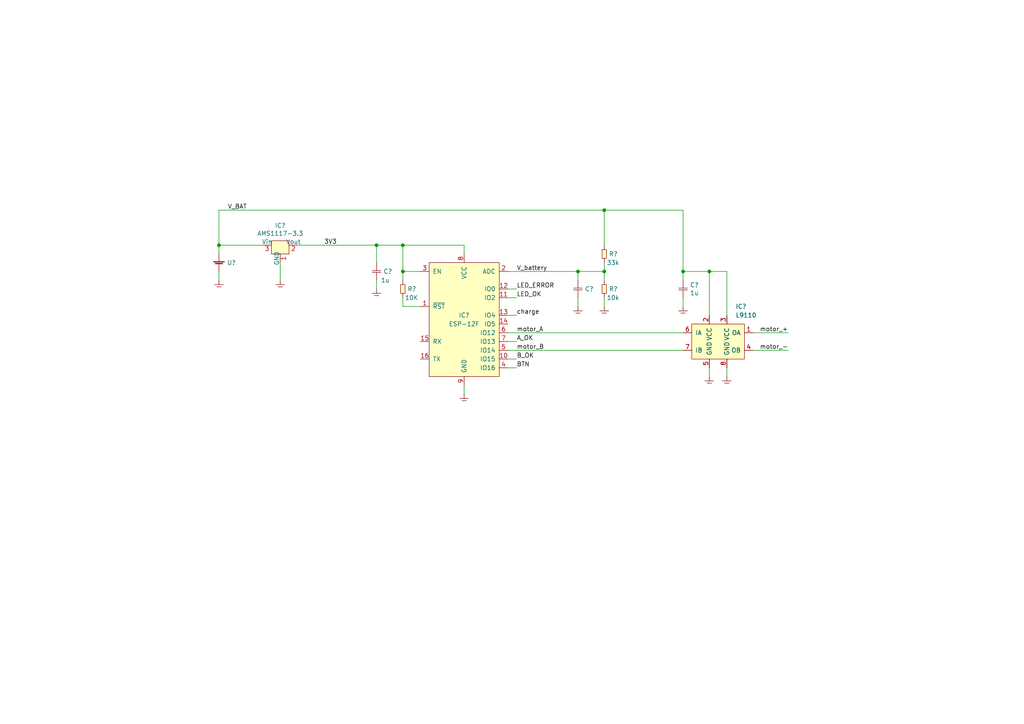
<source format=kicad_sch>
(kicad_sch (version 20211123) (generator eeschema)
  (paper "A4")
  (title_block (title "ESP-12 battery and motor circuit"))
  (lib_symbols
    (symbol "pcb-rescue:AMS1117-3.3-Power" (pin_names (offset 0))
      (property "Reference" "IC" (at 0 6.35 0))
      (property "Value" "AMS1117-3.3-Power" (at 0 3.81 0))
      (symbol "AMS1117-3.3-Power_0_1"
        (rectangle (start -2.54 1.27) (end 2.54 -2.54) (fill (type background)))
      )
      (symbol "AMS1117-3.3-Power_1_1"
        (pin power_in line (at 0 -5.08 90) (length 2.54) (name "GND") (number "1"))
        (pin power_out line (at 5.08 0 180) (length 2.54) (name "Vout") (number "2"))
        (pin power_in line (at -5.08 0 0) (length 2.54) (name "Vin") (number "3"))
      )
    )
    (symbol "pcb-rescue:Battery-generic" (pin_numbers hide) (pin_names (offset 0) hide)
      (property "Reference" "BAT" (at 5.08 0 0))
      (symbol "Battery-generic_0_1"
        (polyline (pts (xy -1.524 0.254) (xy 1.524 0.254)) (stroke (width 0.3048)))
        (polyline (pts (xy 1.016 -0.254) (xy -1.016 -0.254)) (stroke (width 0.3048)))
      )
      (symbol "Battery-generic_1_1"
        (pin power_out line (at 0 2.54 270) (length 2.3114) (name "+") (number "1"))
        (pin power_out line (at 0 -2.54 90) (length 2.3114) (name "-") (number "2"))
      )
    )
    (symbol "pcb-rescue:C-generic" (pin_numbers hide) (pin_names (offset 0) hide)
      (property "Reference" "C" (at 2.54 0 0))
      (symbol "C-generic_0_1"
        (polyline (pts (xy -1.27 -0.254) (xy 1.27 -0.254)))
        (polyline (pts (xy 1.27 0.254) (xy -1.27 0.254)))
      )
      (symbol "C-generic_1_1"
        (pin bidirectional line (at 0 2.54 270) (length 2.3114) (name "~") (number "1"))
        (pin bidirectional line (at 0 -2.54 90) (length 2.3114) (name "~") (number "2"))
      )
    )
    (symbol "pcb-rescue:ESP-12F-modules" (pin_names (offset 1.016))
      (property "Reference" "IC" (at 0 10.16 0))
      (property "Value" "ESP-12F-modules" (at 0 7.62 0))
      (symbol "ESP-12F-modules_0_1"
        (rectangle (start -10.16 17.78) (end 10.16 -15.24) (fill (type background)))
      )
      (symbol "ESP-12F-modules_1_1"
        (pin input line (at -12.7 5.08 0) (length 2.54) (name "~{RST}") (number "1"))
        (pin bidirectional line (at 12.7 -10.16 180) (length 2.54) (name "IO15") (number "10"))
        (pin bidirectional line (at 12.7 7.62 180) (length 2.54) (name "IO2") (number "11"))
        (pin bidirectional line (at 12.7 10.16 180) (length 2.54) (name "IO0") (number "12"))
        (pin bidirectional line (at 12.7 2.54 180) (length 2.54) (name "IO4") (number "13"))
        (pin bidirectional line (at 12.7 0 180) (length 2.54) (name "IO5") (number "14"))
        (pin input line (at -12.7 -5.08 0) (length 2.54) (name "RX") (number "15"))
        (pin output line (at -12.7 -10.16 0) (length 2.54) (name "TX") (number "16"))
        (pin input line (at 12.7 15.24 180) (length 2.54) (name "ADC") (number "2"))
        (pin input line (at -12.7 15.24 0) (length 2.54) (name "EN") (number "3"))
        (pin bidirectional line (at 12.7 -12.7 180) (length 2.54) (name "IO16") (number "4"))
        (pin bidirectional line (at 12.7 -7.62 180) (length 2.54) (name "IO14") (number "5"))
        (pin bidirectional line (at 12.7 -2.54 180) (length 2.54) (name "IO12") (number "6"))
        (pin bidirectional line (at 12.7 -5.08 180) (length 2.54) (name "IO13") (number "7"))
        (pin power_in line (at 0 20.32 270) (length 2.54) (name "VCC") (number "8"))
        (pin power_out line (at 0 -17.78 90) (length 2.54) (name "GND") (number "9"))
      )
    )
    (symbol "pcb-rescue:GND-generic" (power) (pin_numbers hide) (pin_names (offset 0) hide)
      (symbol "GND-generic_0_1"
        (polyline (pts (xy -1.27 -1.27) (xy 1.27 -1.27)))
        (polyline (pts (xy 0 -2.54) (xy 0 -2.54)))
        (polyline (pts (xy 0 -1.27) (xy 0 0)))
        (polyline (pts (xy 0.635 -1.905) (xy -0.635 -1.905)))
      )
      (symbol "GND-generic_1_1"
        (pin power_in line (at 0 0 270) (length 2.54) hide (name "GND") (number "~"))
      )
    )
    (symbol "pcb-rescue:L9110-motor_drivers" (pin_names (offset 1.016))
      (property "Reference" "IC" (at 7.62 10.16 0))
      (property "Value" "L9110-motor_drivers" (at 7.62 7.62 0))
      (symbol "L9110-motor_drivers_0_1"
        (rectangle (start 7.62 -5.08) (end -7.62 5.08) (fill (type background)))
      )
      (symbol "L9110-motor_drivers_1_1"
        (pin power_out line (at 10.16 2.54 180) (length 2.54) (name "OA") (number "1"))
        (pin power_in line (at -2.54 7.62 270) (length 2.54) (name "VCC") (number "2"))
        (pin power_in line (at 2.54 7.62 270) (length 2.54) (name "VCC") (number "3"))
        (pin power_out line (at 10.16 -2.54 180) (length 2.54) (name "OB") (number "4"))
        (pin power_out line (at -2.54 -7.62 90) (length 2.54) (name "GND") (number "5"))
        (pin input line (at -10.16 2.54 0) (length 2.54) (name "IA") (number "6"))
        (pin input line (at -10.16 -2.54 0) (length 2.54) (name "IB") (number "7"))
        (pin power_out line (at 2.54 -7.62 90) (length 2.54) (name "GND") (number "8"))
      )
    )
    (symbol "pcb-rescue:R-generic" (pin_numbers hide) (pin_names (offset 0) hide)
      (property "Reference" "R" (at 0 1.905 0))
      (symbol "R-generic_0_1"
        (rectangle (start -1.27 0.635) (end 1.27 -0.635) (fill (type background)))
      )
      (symbol "R-generic_1_1"
        (pin bidirectional line (at -2.54 0 0) (length 1.27) (name "~") (number "1"))
        (pin bidirectional line (at 2.54 0 180) (length 1.27) (name "~") (number "2"))
      )
    )
  )
  (junction (at 109.22 71.12))
  (junction (at 116.84 78.74))
  (junction (at 175.26 78.74))
  (junction (at 63.5 71.12))
  (junction (at 167.64 78.74))
  (junction (at 205.74 78.74))
  (junction (at 175.26 60.96))
  (junction (at 116.84 71.12))
  (junction (at 198.12 78.74))
  (wire (pts (xy 81.28 81.28) (xy 81.28 76.2)))
  (wire (pts (xy 175.26 60.96) (xy 63.5 60.96)))
  (wire (pts (xy 116.84 78.74) (xy 116.84 71.12)))
  (wire (pts (xy 147.32 86.36) (xy 149.86 86.36)))
  (wire (pts (xy 198.12 81.28) (xy 198.12 78.74)))
  (wire (pts (xy 109.22 83.82) (xy 109.22 81.28)))
  (wire (pts (xy 109.22 71.12) (xy 109.22 76.2)))
  (wire (pts (xy 147.32 106.68) (xy 149.86 106.68)))
  (wire (pts (xy 116.84 88.9) (xy 116.84 86.36)))
  (wire (pts (xy 210.82 109.22) (xy 210.82 106.68)))
  (wire (pts (xy 121.92 78.74) (xy 116.84 78.74)))
  (wire (pts (xy 175.26 86.36) (xy 175.26 88.9)))
  (wire (pts (xy 63.5 60.96) (xy 63.5 71.12)))
  (wire (pts (xy 218.44 101.6) (xy 228.6 101.6)))
  (wire (pts (xy 147.32 83.82) (xy 149.86 83.82)))
  (wire (pts (xy 175.26 78.74) (xy 175.26 81.28)))
  (wire (pts (xy 63.5 78.74) (xy 63.5 81.28)))
  (wire (pts (xy 175.26 60.96) (xy 198.12 60.96)))
  (wire (pts (xy 116.84 81.28) (xy 116.84 78.74)))
  (wire (pts (xy 63.5 71.12) (xy 76.2 71.12)))
  (wire (pts (xy 210.82 78.74) (xy 205.74 78.74)))
  (wire (pts (xy 147.32 91.44) (xy 149.86 91.44)))
  (wire (pts (xy 134.62 111.76) (xy 134.62 114.3)))
  (wire (pts (xy 147.32 96.52) (xy 198.12 96.52)))
  (wire (pts (xy 205.74 106.68) (xy 205.74 109.22)))
  (wire (pts (xy 205.74 78.74) (xy 198.12 78.74)))
  (wire (pts (xy 147.32 99.06) (xy 149.86 99.06)))
  (wire (pts (xy 147.32 104.14) (xy 149.86 104.14)))
  (wire (pts (xy 134.62 71.12) (xy 134.62 73.66)))
  (wire (pts (xy 175.26 60.96) (xy 175.26 71.12)))
  (wire (pts (xy 109.22 71.12) (xy 116.84 71.12)))
  (wire (pts (xy 116.84 71.12) (xy 134.62 71.12)))
  (wire (pts (xy 147.32 78.74) (xy 167.64 78.74)))
  (wire (pts (xy 167.64 78.74) (xy 175.26 78.74)))
  (wire (pts (xy 121.92 88.9) (xy 116.84 88.9)))
  (wire (pts (xy 218.44 96.52) (xy 228.6 96.52)))
  (wire (pts (xy 210.82 91.44) (xy 210.82 78.74)))
  (wire (pts (xy 167.64 81.28) (xy 167.64 78.74)))
  (wire (pts (xy 198.12 88.9) (xy 198.12 86.36)))
  (wire (pts (xy 175.26 76.2) (xy 175.26 78.74)))
  (wire (pts (xy 198.12 60.96) (xy 198.12 78.74)))
  (wire (pts (xy 167.64 86.36) (xy 167.64 88.9)))
  (wire (pts (xy 63.5 73.66) (xy 63.5 71.12)))
  (wire (pts (xy 205.74 91.44) (xy 205.74 78.74)))
  (wire (pts (xy 147.32 101.6) (xy 198.12 101.6)))
  (wire (pts (xy 86.36 71.12) (xy 109.22 71.12)))
  (label "V_BAT" (at 66.04 60.96 0))
  (label "motor_B" (at 149.86 101.6 0))
  (label "V_battery" (at 149.86 78.74 0))
  (label "LED_ERROR" (at 149.86 83.82 0))
  (label "LED_OK" (at 149.86 86.36 0))
  (label "charge" (at 149.86 91.44 0))
  (label "motor_A" (at 149.86 96.52 0))
  (label "B_OK" (at 149.86 104.14 0))
  (label "A_OK" (at 149.86 99.06 0))
  (label "motor_+" (at 228.6 96.52 180))
  (label "3V3" (at 93.98 71.12 0))
  (label "BTN" (at 149.86 106.68 0))
  (label "motor_-" (at 228.6 101.6 180))
  (symbol (lib_id "pcb-rescue:ESP-12F-modules") (at 134.62 93.98 0) (unit 1)
    (property "Reference" "IC?" (at 134.62 91.44 0))
    (property "Value" "ESP-12F" (at 134.62 93.98 0))
  )
  (symbol (lib_id "pcb-rescue:R-generic") (at 116.84 83.82 270) (unit 1)
    (property "Reference" "R?" (at 118.1862 83.82 90) (effects (justify left)))
    (property "Value" "10K" (at 119.38 86.36 90))
    (property "Footprint" "SMT:0603" (effects hide))
  )
  (symbol (lib_id "pcb-rescue:GND-generic") (at 134.62 114.3 0) (unit 1)
    (property "Reference" "GND?" (effects hide))
    (property "Value" "GND" (effects hide))
  )
  (symbol (lib_id "pcb-rescue:C-generic") (at 109.22 78.74 0) (unit 1)
    (property "Reference" "C?" (at 111.2012 78.74 0) (effects (justify left)))
    (property "Value" "1u" (at 111.76 81.28 0))
    (property "Footprint" "SMT:0603" (effects hide))
  )
  (symbol (lib_id "pcb-rescue:GND-generic") (at 109.22 83.82 0) (unit 1)
    (property "Reference" "GND?" (effects hide))
    (property "Value" "GND" (effects hide))
  )
  (symbol (lib_id "pcb-rescue:R-generic") (at 175.26 73.66 270) (unit 1)
    (property "Reference" "R?" (at 176.6062 73.66 90) (effects (justify left)))
    (property "Value" "33k" (at 177.8 76.2 90))
    (property "Footprint" "SMT:0603" (effects hide))
  )
  (symbol (lib_id "pcb-rescue:R-generic") (at 175.26 83.82 270) (unit 1)
    (property "Reference" "R?" (at 176.6062 83.82 90) (effects (justify left)))
    (property "Value" "10k" (at 177.8 86.36 90))
    (property "Footprint" "SMT:0603" (effects hide))
  )
  (symbol (lib_id "pcb-rescue:GND-generic") (at 175.26 88.9 0) (unit 1)
    (property "Reference" "GND?" (effects hide))
    (property "Value" "GND" (effects hide))
  )
  (symbol (lib_id "pcb-rescue:C-generic") (at 167.64 83.82 0) (unit 1)
    (property "Reference" "C?" (at 169.6212 83.82 0) (effects (justify left)))
    (property "Value" "C" (effects hide))
    (property "Footprint" "SMT:0603" (effects hide))
  )
  (symbol (lib_id "pcb-rescue:GND-generic") (at 167.64 88.9 0) (unit 1)
    (property "Reference" "GND?" (effects hide))
    (property "Value" "GND" (effects hide))
  )
  (symbol (lib_id "pcb-rescue:GND-generic") (at 63.5 81.28 0) (unit 1)
    (property "Reference" "GND?" (effects hide))
    (property "Value" "GND-generic" (effects hide))
  )
  (symbol (lib_id "pcb-rescue:GND-generic") (at 81.28 81.28 0) (unit 1)
    (property "Reference" "GND?" (effects hide))
    (property "Value" "GND" (effects hide))
  )
  (symbol (lib_id "pcb-rescue:GND-generic") (at 205.74 109.22 0) (unit 1)
    (property "Reference" "GND?" (effects hide))
    (property "Value" "GND" (effects hide))
  )
  (symbol (lib_id "pcb-rescue:GND-generic") (at 198.12 88.9 0) (unit 1)
    (property "Reference" "GND?" (effects hide))
    (property "Value" "GND" (effects hide))
  )
  (symbol (lib_id "pcb-rescue:C-generic") (at 198.12 83.82 0) (unit 1)
    (property "Reference" "C?" (at 200.1012 82.6516 0) (effects (justify left)))
    (property "Value" "1u" (at 200.1012 84.963 0) (effects (justify left)))
    (property "Footprint" "SMT:0603" (effects hide))
  )
  (symbol (lib_id "pcb-rescue:GND-generic") (at 210.82 109.22 0) (unit 1)
    (property "Reference" "GND?" (effects hide))
    (property "Value" "GND" (effects hide))
  )
  (symbol (lib_id "pcb-rescue:Battery-generic") (at 63.5 76.2 0) (unit 1)
    (property "Reference" "U?" (at 65.8114 76.2 0) (effects (justify left)))
    (property "Value" "Battery" (effects hide))
    (property "Footprint" "PCB:battery_wires" (effects hide))
  )
  (symbol (lib_id "pcb-rescue:AMS1117-3.3-Power") (at 81.28 71.12 0) (unit 1)
    (property "Reference" "IC?" (at 81.28 65.405 0))
    (property "Value" "AMS1117-3.3" (at 81.28 67.7164 0))
    (property "Footprint" "SOT:SOT-223" (effects hide))
  )
  (symbol (lib_id "pcb-rescue:L9110-motor_drivers") (at 208.28 99.06 0) (unit 1)
    (property "Reference" "IC?" (at 213.36 88.9 0) (effects (justify left)))
    (property "Value" "L9110" (at 213.36 91.44 0) (effects (justify left)))
  )
)
</source>
